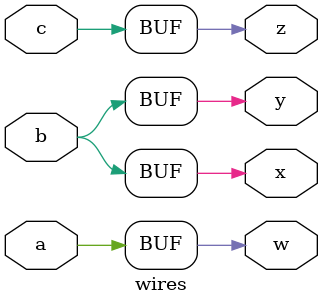
<source format=v>
module wires(input a, b, c, output w, x, y, z);
    assign w = a;
    assign x = b;
    assign y = b;
    assign z = c;
endmodule

</source>
